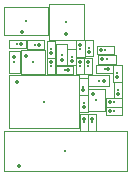
<source format=gbr>
%TF.GenerationSoftware,KiCad,Pcbnew,(7.0.0)*%
%TF.CreationDate,2023-02-26T18:00:44-05:00*%
%TF.ProjectId,headstage-neuropix2e,68656164-7374-4616-9765-2d6e6575726f,A*%
%TF.SameCoordinates,Original*%
%TF.FileFunction,Component,L1,Top*%
%TF.FilePolarity,Positive*%
%FSLAX46Y46*%
G04 Gerber Fmt 4.6, Leading zero omitted, Abs format (unit mm)*
G04 Created by KiCad (PCBNEW (7.0.0)) date 2023-02-26 18:00:44*
%MOMM*%
%LPD*%
G01*
G04 APERTURE LIST*
%TA.AperFunction,ComponentMain*%
%ADD10C,0.300000*%
%TD*%
%TA.AperFunction,ComponentOutline,Courtyard*%
%ADD11C,0.100000*%
%TD*%
%TA.AperFunction,ComponentPin*%
%ADD12P,0.360000X4X0.000000*%
%TD*%
%TA.AperFunction,ComponentPin*%
%ADD13C,0.000000*%
%TD*%
G04 APERTURE END LIST*
D10*
%TO.C,"R6"*%
%TO.CFtp,"R_0201_0603Metric"*%
%TO.CVal,"10k"*%
%TO.CLbN,"Resistor_SMD"*%
%TO.CMnt,SMD*%
%TO.CRot,-90*%
X141225000Y-87200000D03*
D11*
X141574999Y-87899999D02*
X140875001Y-87899999D01*
X140875001Y-86500001D01*
X141574999Y-86500001D01*
X141574999Y-87899999D01*
D12*
%TO.P,"R6","1"*%
X141225000Y-86880000D03*
D13*
%TO.P,"R6","2"*%
X141225000Y-87520000D03*
%TD*%
D10*
%TO.C,"C13"*%
%TO.CFtp,"C_0201_0603Metric"*%
%TO.CVal,"10nF"*%
%TO.CLbN,"Capacitor_SMD"*%
%TO.CMnt,SMD*%
%TO.CRot,180*%
X142375000Y-87550000D03*
D11*
X143074999Y-87899999D02*
X141675001Y-87899999D01*
X141675001Y-87200001D01*
X143074999Y-87200001D01*
X143074999Y-87899999D01*
D12*
%TO.P,"C13","1"*%
X142695000Y-87550000D03*
D13*
%TO.P,"C13","2"*%
X142055000Y-87550000D03*
%TD*%
D10*
%TO.C,"R3"*%
%TO.CFtp,"R_0201_0603Metric"*%
%TO.CVal,"1k"*%
%TO.CLbN,"Resistor_SMD"*%
%TO.CMnt,SMD*%
%TO.CRot,0*%
X145825000Y-85850000D03*
D11*
X146524999Y-86199999D02*
X145125001Y-86199999D01*
X145125001Y-85500001D01*
X146524999Y-85500001D01*
X146524999Y-86199999D01*
D12*
%TO.P,"R3","1"*%
X145505000Y-85850000D03*
D13*
%TO.P,"R3","2"*%
X146145000Y-85850000D03*
%TD*%
D10*
%TO.C,"J5"*%
%TO.CFtp,"MOLEX_5050700622"*%
%TO.CVal,"050700622"*%
%TO.CLbN,"jonnew"*%
%TO.CMnt,SMD*%
%TO.CRot,0*%
X139085000Y-83430000D03*
D11*
X140934999Y-84629999D02*
X137235001Y-84629999D01*
X137235001Y-82230001D01*
X140934999Y-82230001D01*
X140934999Y-84629999D01*
D12*
%TO.P,"J5","1","Pin_1"*%
X138735000Y-84340000D03*
D13*
%TO.P,"J5","2","Pin_2"*%
X138735000Y-82520000D03*
%TO.P,"J5","3","Pin_3"*%
X139085000Y-84340000D03*
%TO.P,"J5","4","Pin_4"*%
X139085000Y-82520000D03*
%TO.P,"J5","5","Pin_5"*%
X139435000Y-84340000D03*
%TO.P,"J5","6","Pin_6"*%
X139435000Y-82520000D03*
%TO.P,"J5","MP1","MountPin1"*%
X138360000Y-84195000D03*
%TO.P,"J5","MP2","MountPin2"*%
X138360000Y-82665000D03*
%TO.P,"J5","MP3","MountPin3"*%
X139810000Y-84195000D03*
%TO.P,"J5","MP4","MountPin4"*%
X139810000Y-82665000D03*
%TD*%
D10*
%TO.C,"U7"*%
%TO.CFtp,"LGA-28_5.2x3.8mm_P0.5mm"*%
%TO.CVal,"BNO055"*%
%TO.CLbN,"Package_LGA"*%
%TO.CMnt,SMD*%
%TO.CRot,0*%
X140612500Y-90250000D03*
D11*
X143592499Y-92499999D02*
X137632501Y-92499999D01*
X137632501Y-88000001D01*
X143592499Y-88000001D01*
X143592499Y-92499999D01*
D12*
%TO.P,"U7","1","PIN1"*%
X138362500Y-88587500D03*
D13*
%TO.P,"U7","2","GND"*%
X138225000Y-89500000D03*
%TO.P,"U7","3","VDD"*%
X138225000Y-90000000D03*
%TO.P,"U7","4","~{BOOT_LOAD_PIN}"*%
X138225000Y-90500000D03*
%TO.P,"U7","5","PS1"*%
X138225000Y-91000000D03*
%TO.P,"U7","6","PS0"*%
X138362500Y-91912500D03*
%TO.P,"U7","7","PIN7"*%
X138862500Y-91912500D03*
%TO.P,"U7","8","PIN8"*%
X139362500Y-91912500D03*
%TO.P,"U7","9","CAP"*%
X139862500Y-91912500D03*
%TO.P,"U7","10","BL_IND"*%
X140362500Y-91912500D03*
%TO.P,"U7","11","~{RESET}"*%
X140862500Y-91912500D03*
%TO.P,"U7","12","PIN12"*%
X141362500Y-91912500D03*
%TO.P,"U7","13","PIN13"*%
X141862500Y-91912500D03*
%TO.P,"U7","14","INT"*%
X142362500Y-91912500D03*
%TO.P,"U7","15","GNDIO"*%
X142862500Y-91912500D03*
%TO.P,"U7","16","GNDIO"*%
X143000000Y-91000000D03*
%TO.P,"U7","17","COM3"*%
X143000000Y-90500000D03*
%TO.P,"U7","18","COM2"*%
X143000000Y-90000000D03*
%TO.P,"U7","19","COM1"*%
X143000000Y-89500000D03*
%TO.P,"U7","20","COM0"*%
X142862500Y-88587500D03*
%TO.P,"U7","21","PIN21"*%
X142362500Y-88587500D03*
%TO.P,"U7","22","PIN22"*%
X141862500Y-88587500D03*
%TO.P,"U7","23","PIN23"*%
X141362500Y-88587500D03*
%TO.P,"U7","24","PIN24"*%
X140862500Y-88587500D03*
%TO.P,"U7","25","GNDIO"*%
X140362500Y-88587500D03*
%TO.P,"U7","26","XOUT32"*%
X139862500Y-88587500D03*
%TO.P,"U7","27","XIN32"*%
X139362500Y-88587500D03*
%TO.P,"U7","28","VDDIO"*%
X138862500Y-88587500D03*
%TD*%
D10*
%TO.C,"J1"*%
%TO.CFtp,"HIROSE_X.FL-R-SMT-1"*%
%TO.CVal,"X.FL-R-SMT-1"*%
%TO.CLbN,"jonnew"*%
%TO.CMnt,SMD*%
%TO.CRot,0*%
X142525000Y-83500000D03*
D11*
X144024999Y-84999999D02*
X141025001Y-84999999D01*
X141025001Y-82000001D01*
X144024999Y-82000001D01*
X144024999Y-84999999D01*
D12*
%TO.P,"J1","1","In"*%
X142525000Y-84475000D03*
D13*
%TO.P,"J1","2","Ext"*%
X141525000Y-83500000D03*
X142525000Y-82475000D03*
X143525000Y-83500000D03*
%TD*%
D10*
%TO.C,"C15"*%
%TO.CFtp,"C_0402_1005Metric"*%
%TO.CVal,"10uF"*%
%TO.CLbN,"Capacitor_SMD"*%
%TO.CMnt,SMD*%
%TO.CRot,90*%
X142125000Y-86250000D03*
D11*
X142584999Y-87159999D02*
X141665001Y-87159999D01*
X141665001Y-85340001D01*
X142584999Y-85340001D01*
X142584999Y-87159999D01*
D12*
%TO.P,"C15","1"*%
X142125000Y-86730000D03*
D13*
%TO.P,"C15","2"*%
X142125000Y-85770000D03*
%TD*%
D10*
%TO.C,"R1"*%
%TO.CFtp,"R_0201_0603Metric"*%
%TO.CVal,"2k"*%
%TO.CLbN,"Resistor_SMD"*%
%TO.CMnt,SMD*%
%TO.CRot,180*%
X138375000Y-85350000D03*
D11*
X139074999Y-85699999D02*
X137675001Y-85699999D01*
X137675001Y-85000001D01*
X139074999Y-85000001D01*
X139074999Y-85699999D01*
D12*
%TO.P,"R1","1"*%
X138695000Y-85350000D03*
D13*
%TO.P,"R1","2"*%
X138055000Y-85350000D03*
%TD*%
D10*
%TO.C,"C17"*%
%TO.CFtp,"C_0201_0603Metric"*%
%TO.CVal,"0.1uF"*%
%TO.CLbN,"Capacitor_SMD"*%
%TO.CMnt,SMD*%
%TO.CRot,-90*%
X143685000Y-87210000D03*
D11*
X144034999Y-87909999D02*
X143335001Y-87909999D01*
X143335001Y-86510001D01*
X144034999Y-86510001D01*
X144034999Y-87909999D01*
D12*
%TO.P,"C17","1"*%
X143685000Y-86890000D03*
D13*
%TO.P,"C17","2"*%
X143685000Y-87530000D03*
%TD*%
D10*
%TO.C,"C14"*%
%TO.CFtp,"C_0201_0603Metric"*%
%TO.CVal,"0.1uF"*%
%TO.CLbN,"Capacitor_SMD"*%
%TO.CMnt,SMD*%
%TO.CRot,90*%
X142975000Y-86450000D03*
D11*
X143324999Y-87149999D02*
X142625001Y-87149999D01*
X142625001Y-85750001D01*
X143324999Y-85750001D01*
X143324999Y-87149999D01*
D12*
%TO.P,"C14","1"*%
X142975000Y-86770000D03*
D13*
%TO.P,"C14","2"*%
X142975000Y-86130000D03*
%TD*%
D10*
%TO.C,"C22"*%
%TO.CFtp,"C_0201_0603Metric"*%
%TO.CVal,"0.1uF"*%
%TO.CLbN,"Capacitor_SMD"*%
%TO.CMnt,SMD*%
%TO.CRot,90*%
X146875000Y-89250000D03*
D11*
X147224999Y-89949999D02*
X146525001Y-89949999D01*
X146525001Y-88550001D01*
X147224999Y-88550001D01*
X147224999Y-89949999D01*
D12*
%TO.P,"C22","1"*%
X146875000Y-89570000D03*
D13*
%TO.P,"C22","2"*%
X146875000Y-88930000D03*
%TD*%
D10*
%TO.C,"C9"*%
%TO.CFtp,"C_0201_0603Metric"*%
%TO.CVal,"0.1uF"*%
%TO.CLbN,"Capacitor_SMD"*%
%TO.CMnt,SMD*%
%TO.CRot,-90*%
X144725000Y-92000000D03*
D11*
X145074999Y-92699999D02*
X144375001Y-92699999D01*
X144375001Y-91300001D01*
X145074999Y-91300001D01*
X145074999Y-92699999D01*
D12*
%TO.P,"C9","1"*%
X144725000Y-91680000D03*
D13*
%TO.P,"C9","2"*%
X144725000Y-92320000D03*
%TD*%
D10*
%TO.C,"C7"*%
%TO.CFtp,"C_0201_0603Metric"*%
%TO.CVal,"0.1uF"*%
%TO.CLbN,"Capacitor_SMD"*%
%TO.CMnt,SMD*%
%TO.CRot,0*%
X146545000Y-90300000D03*
D11*
X147244999Y-90649999D02*
X145845001Y-90649999D01*
X145845001Y-89950001D01*
X147244999Y-89950001D01*
X147244999Y-90649999D01*
D12*
%TO.P,"C7","1"*%
X146225000Y-90300000D03*
D13*
%TO.P,"C7","2"*%
X146865000Y-90300000D03*
%TD*%
D10*
%TO.C,"C2"*%
%TO.CFtp,"C_0201_0603Metric"*%
%TO.CVal,"1uF"*%
%TO.CLbN,"Capacitor_SMD"*%
%TO.CMnt,SMD*%
%TO.CRot,180*%
X139905000Y-85400000D03*
D11*
X140604999Y-85749999D02*
X139205001Y-85749999D01*
X139205001Y-85050001D01*
X140604999Y-85050001D01*
X140604999Y-85749999D01*
D12*
%TO.P,"C2","1"*%
X140225000Y-85400000D03*
D13*
%TO.P,"C2","2"*%
X139585000Y-85400000D03*
%TD*%
D10*
%TO.C,"U1"*%
%TO.CFtp,"MICROCHIP_TDFN-6-1EP_1.6x1.6mm_P0.5mm_EP0.5x1.4mm"*%
%TO.CVal,"MIC5335-JGYMT"*%
%TO.CLbN,"jonnew"*%
%TO.CMnt,SMD*%
%TO.CRot,0*%
X139725000Y-86900000D03*
D11*
X140724999Y-87899999D02*
X138725001Y-87899999D01*
X138725001Y-85900001D01*
X140724999Y-85900001D01*
X140724999Y-87899999D01*
D12*
%TO.P,"U1","1","VIN"*%
X139075000Y-86400000D03*
D13*
%TO.P,"U1","2","GND"*%
X139075000Y-86900000D03*
%TO.P,"U1","3","EN2"*%
X139075000Y-87400000D03*
%TO.P,"U1","4","EN1"*%
X140375000Y-87400000D03*
%TO.P,"U1","5","VOUT2"*%
X140375000Y-86900000D03*
%TO.P,"U1","6","VOUT1"*%
X140375000Y-86400000D03*
%TO.P,"U1","7","GND"*%
X139725000Y-86900000D03*
%TD*%
D10*
%TO.C,"J2"*%
%TO.CFtp,"TE_2013496-9"*%
%TO.CVal,"2013496-9"*%
%TO.CLbN,"jonnew"*%
%TO.CMnt,SMD*%
%TO.CRot,0*%
X142425000Y-94400000D03*
D11*
X147624999Y-96125399D02*
X137225001Y-96125399D01*
X137225001Y-92700001D01*
X147624999Y-92700001D01*
X147624999Y-96125399D01*
D12*
%TO.P,"J2","1","Pin_1"*%
X138525000Y-95650000D03*
D13*
%TO.P,"J2","2","Pin_2"*%
X138825000Y-93150000D03*
%TO.P,"J2","3","Pin_3"*%
X139125000Y-95650000D03*
%TO.P,"J2","4","Pin_4"*%
X139425000Y-93150000D03*
%TO.P,"J2","5","Pin_5"*%
X139725000Y-95650000D03*
%TO.P,"J2","6","Pin_6"*%
X140025000Y-93150000D03*
%TO.P,"J2","7","Pin_7"*%
X140325000Y-95650000D03*
%TO.P,"J2","8","Pin_8"*%
X140625000Y-93150000D03*
%TO.P,"J2","9","Pin_9"*%
X140925000Y-95650000D03*
%TO.P,"J2","10","Pin_10"*%
X141225000Y-93150000D03*
%TO.P,"J2","11","Pin_11"*%
X141525000Y-95650000D03*
%TO.P,"J2","12","Pin_12"*%
X141825000Y-93150000D03*
%TO.P,"J2","13","Pin_13"*%
X142125000Y-95650000D03*
%TO.P,"J2","14","Pin_14"*%
X142425000Y-93150000D03*
%TO.P,"J2","15","Pin_15"*%
X142725000Y-95650000D03*
%TO.P,"J2","16","Pin_16"*%
X143025000Y-93150000D03*
%TO.P,"J2","17","Pin_17"*%
X143325000Y-95650000D03*
%TO.P,"J2","18","Pin_18"*%
X143625000Y-93150000D03*
%TO.P,"J2","19","Pin_19"*%
X143925000Y-95650000D03*
%TO.P,"J2","20","Pin_20"*%
X144225000Y-93150000D03*
%TO.P,"J2","21","Pin_21"*%
X144525000Y-95650000D03*
%TO.P,"J2","22","Pin_22"*%
X144825000Y-93150000D03*
%TO.P,"J2","23","Pin_23"*%
X145125000Y-95650000D03*
%TO.P,"J2","24","Pin_24"*%
X145425000Y-93150000D03*
%TO.P,"J2","25","Pin_25"*%
X145725000Y-95650000D03*
%TO.P,"J2","26","Pin_26"*%
X146025000Y-93150000D03*
%TO.P,"J2","27","Pin_27"*%
X146325000Y-95650000D03*
%TO.P,"J2","MP","MountPin"*%
X137925000Y-95175000D03*
X146925000Y-95175000D03*
%TD*%
D10*
%TO.C,"R10"*%
%TO.CFtp,"R_0201_0603Metric"*%
%TO.CVal,"1k"*%
%TO.CLbN,"Resistor_SMD"*%
%TO.CMnt,SMD*%
%TO.CRot,90*%
X143985000Y-90390000D03*
D11*
X144334999Y-91089999D02*
X143635001Y-91089999D01*
X143635001Y-89690001D01*
X144334999Y-89690001D01*
X144334999Y-91089999D01*
D12*
%TO.P,"R10","1"*%
X143985000Y-90710000D03*
D13*
%TO.P,"R10","2"*%
X143985000Y-90070000D03*
%TD*%
D10*
%TO.C,"L4"*%
%TO.CFtp,"L_0201_0603Metric"*%
%TO.CVal,"BLF03RD501GZED"*%
%TO.CLbN,"Inductor_SMD"*%
%TO.CMnt,SMD*%
%TO.CRot,90*%
X146855000Y-87850000D03*
D11*
X147204999Y-88549999D02*
X146505001Y-88549999D01*
X146505001Y-87150001D01*
X147204999Y-87150001D01*
X147204999Y-88549999D01*
D12*
%TO.P,"L4","1","1"*%
X146855000Y-88170000D03*
D13*
%TO.P,"L4","2","2"*%
X146855000Y-87530000D03*
%TD*%
D10*
%TO.C,"C19"*%
%TO.CFtp,"C_0201_0603Metric"*%
%TO.CVal,"0.1uF"*%
%TO.CLbN,"Capacitor_SMD"*%
%TO.CMnt,SMD*%
%TO.CRot,90*%
X144475000Y-85700000D03*
D11*
X144824999Y-86399999D02*
X144125001Y-86399999D01*
X144125001Y-85000001D01*
X144824999Y-85000001D01*
X144824999Y-86399999D01*
D12*
%TO.P,"C19","1"*%
X144475000Y-86020000D03*
D13*
%TO.P,"C19","2"*%
X144475000Y-85380000D03*
%TD*%
D10*
%TO.C,"C6"*%
%TO.CFtp,"C_0201_0603Metric"*%
%TO.CVal,"10nF"*%
%TO.CLbN,"Capacitor_SMD"*%
%TO.CMnt,SMD*%
%TO.CRot,0*%
X146545000Y-91000000D03*
D11*
X147244999Y-91349999D02*
X145845001Y-91349999D01*
X145845001Y-90650001D01*
X147244999Y-90650001D01*
X147244999Y-91349999D01*
D12*
%TO.P,"C6","1"*%
X146225000Y-91000000D03*
D13*
%TO.P,"C6","2"*%
X146865000Y-91000000D03*
%TD*%
D10*
%TO.C,"C16"*%
%TO.CFtp,"C_0201_0603Metric"*%
%TO.CVal,"10nF"*%
%TO.CLbN,"Capacitor_SMD"*%
%TO.CMnt,SMD*%
%TO.CRot,-90*%
X144385000Y-87210000D03*
D11*
X144734999Y-87909999D02*
X144035001Y-87909999D01*
X144035001Y-86510001D01*
X144734999Y-86510001D01*
X144734999Y-87909999D01*
D12*
%TO.P,"C16","1"*%
X144385000Y-86890000D03*
D13*
%TO.P,"C16","2"*%
X144385000Y-87530000D03*
%TD*%
D10*
%TO.C,"C3"*%
%TO.CFtp,"C_0402_1005Metric"*%
%TO.CVal,"10uF"*%
%TO.CLbN,"Capacitor_SMD"*%
%TO.CMnt,SMD*%
%TO.CRot,-90*%
X138125000Y-86900000D03*
D11*
X138584999Y-87809999D02*
X137665001Y-87809999D01*
X137665001Y-85990001D01*
X138584999Y-85990001D01*
X138584999Y-87809999D01*
D12*
%TO.P,"C3","1"*%
X138125000Y-86420000D03*
D13*
%TO.P,"C3","2"*%
X138125000Y-87380000D03*
%TD*%
D10*
%TO.C,"C1"*%
%TO.CFtp,"C_0201_0603Metric"*%
%TO.CVal,"1uF"*%
%TO.CLbN,"Capacitor_SMD"*%
%TO.CMnt,SMD*%
%TO.CRot,90*%
X141225000Y-85800000D03*
D11*
X141574999Y-86499999D02*
X140875001Y-86499999D01*
X140875001Y-85100001D01*
X141574999Y-85100001D01*
X141574999Y-86499999D01*
D12*
%TO.P,"C1","1"*%
X141225000Y-86120000D03*
D13*
%TO.P,"C1","2"*%
X141225000Y-85480000D03*
%TD*%
D10*
%TO.C,"C8"*%
%TO.CFtp,"C_0201_0603Metric"*%
%TO.CVal,"10nF"*%
%TO.CLbN,"Capacitor_SMD"*%
%TO.CMnt,SMD*%
%TO.CRot,-90*%
X144025000Y-92000000D03*
D11*
X144374999Y-92699999D02*
X143675001Y-92699999D01*
X143675001Y-91300001D01*
X144374999Y-91300001D01*
X144374999Y-92699999D01*
D12*
%TO.P,"C8","1"*%
X144025000Y-91680000D03*
D13*
%TO.P,"C8","2"*%
X144025000Y-92320000D03*
%TD*%
D10*
%TO.C,"C18"*%
%TO.CFtp,"C_0402_1005Metric"*%
%TO.CVal,"10uF"*%
%TO.CLbN,"Capacitor_SMD"*%
%TO.CMnt,SMD*%
%TO.CRot,180*%
X145255000Y-88470000D03*
D11*
X146164999Y-88929999D02*
X144345001Y-88929999D01*
X144345001Y-88010001D01*
X146164999Y-88010001D01*
X146164999Y-88929999D01*
D12*
%TO.P,"C18","1"*%
X145735000Y-88470000D03*
D13*
%TO.P,"C18","2"*%
X144775000Y-88470000D03*
%TD*%
D10*
%TO.C,"R7"*%
%TO.CFtp,"R_0201_0603Metric"*%
%TO.CVal,"49.9"*%
%TO.CLbN,"Resistor_SMD"*%
%TO.CMnt,SMD*%
%TO.CRot,-90*%
X143725000Y-85750000D03*
D11*
X144074999Y-86449999D02*
X143375001Y-86449999D01*
X143375001Y-85050001D01*
X144074999Y-85050001D01*
X144074999Y-86449999D01*
D12*
%TO.P,"R7","1"*%
X143725000Y-85430000D03*
D13*
%TO.P,"R7","2"*%
X143725000Y-86070000D03*
%TD*%
D10*
%TO.C,"U4"*%
%TO.CFtp,"TI_YZP0006"*%
%TO.CVal,"TS5A3159A"*%
%TO.CLbN,"jonnew"*%
%TO.CMnt,SMD*%
%TO.CRot,0*%
X145065000Y-90110000D03*
D11*
X145764999Y-91059999D02*
X144365001Y-91059999D01*
X144365001Y-89160001D01*
X145764999Y-89160001D01*
X145764999Y-91059999D01*
D12*
%TO.P,"U4","A1","NO"*%
X144815000Y-89610000D03*
D13*
%TO.P,"U4","A2","IN"*%
X145315000Y-89610000D03*
%TO.P,"U4","B1","GND"*%
X144815000Y-90110000D03*
%TO.P,"U4","B2","V+"*%
X145315000Y-90110000D03*
%TO.P,"U4","C1","NC"*%
X144815000Y-90610000D03*
%TO.P,"U4","C2","COM"*%
X145315000Y-90610000D03*
%TD*%
D10*
%TO.C,"D1"*%
%TO.CFtp,"ROHM_SML-P11MTT86R"*%
%TO.CVal,"SML-P11UTT86R"*%
%TO.CLbN,"jonnew"*%
%TO.CMnt,SMD*%
%TO.CRot,0*%
X145975000Y-86650000D03*
D11*
X146774999Y-87049999D02*
X145175001Y-87049999D01*
X145175001Y-86250001D01*
X146774999Y-86250001D01*
X146774999Y-87049999D01*
D12*
%TO.P,"D1","1","K"*%
X145525000Y-86650000D03*
D13*
%TO.P,"D1","2","A"*%
X146425000Y-86650000D03*
%TD*%
D10*
%TO.C,"R4"*%
%TO.CFtp,"R_0201_0603Metric"*%
%TO.CVal,"10k"*%
%TO.CLbN,"Resistor_SMD"*%
%TO.CMnt,SMD*%
%TO.CRot,180*%
X145775000Y-87500000D03*
D11*
X146474999Y-87849999D02*
X145075001Y-87849999D01*
X145075001Y-87150001D01*
X146474999Y-87150001D01*
X146474999Y-87849999D01*
D12*
%TO.P,"R4","1"*%
X146095000Y-87500000D03*
D13*
%TO.P,"R4","2"*%
X145455000Y-87500000D03*
%TD*%
D10*
%TO.C,"R9"*%
%TO.CFtp,"R_0201_0603Metric"*%
%TO.CVal,"1k"*%
%TO.CLbN,"Resistor_SMD"*%
%TO.CMnt,SMD*%
%TO.CRot,90*%
X143975000Y-88970000D03*
D11*
X144324999Y-89669999D02*
X143625001Y-89669999D01*
X143625001Y-88270001D01*
X144324999Y-88270001D01*
X144324999Y-89669999D01*
D12*
%TO.P,"R9","1"*%
X143975000Y-89290000D03*
D13*
%TO.P,"R9","2"*%
X143975000Y-88650000D03*
%TD*%
M02*

</source>
